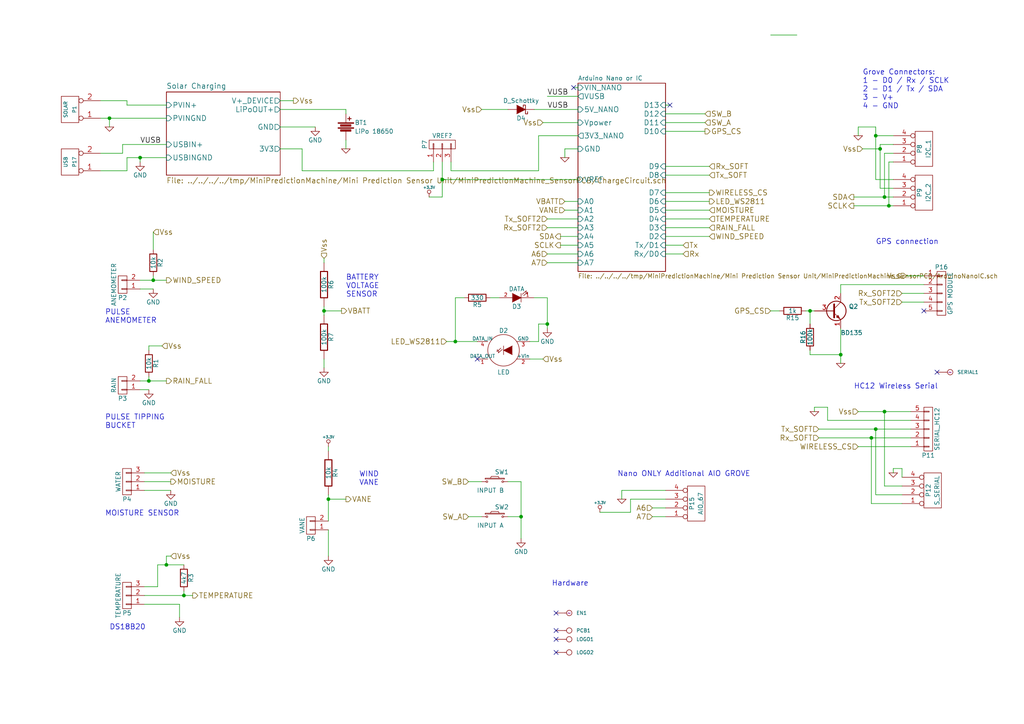
<source format=kicad_sch>
(kicad_sch (version 20230121) (generator eeschema)
  (paper "A4")
  (title_block (title "Rediction Machine Mini - SENSOR") (date "2017-06-14") (rev "0") (company "Renewable Energy Innovation") (comment 1 "By: Matt Little") (comment 2 "For: Rachel Jacobs"))
  (lib_symbols
    (symbol "MiniPredictionMachine_SensorPCB-rescue:+3.3V-RESCUE-RELogger_PCB_v1" (power) (pin_names (offset 0))
      (property "Value" "+3.3V-RESCUE-RELogger_PCB_v1" (at 0 2.794 0))
      (symbol "+3.3V-RESCUE-RELogger_PCB_v1_0_0"
        (pin power_in line (at 0 0 90) (length 0) hide (name "+3.3V") (number "1"))
      )
      (symbol "+3.3V-RESCUE-RELogger_PCB_v1_0_1"
        (polyline (pts (xy 0 0) (xy 0 1.016) (xy 0 1.016)))
        (circle (center 0 1.524) (radius 0.508))
      )
    )
    (symbol "MiniPredictionMachine_SensorPCB-rescue:Battery" (pin_numbers hide) (pin_names (offset 0))
      (property "Reference" "BT" (at 2.54 1.27 0))
      (property "Value" "Battery" (at 2.54 -1.27 0))
      (symbol "Battery_0_1"
        (rectangle (start -2.286 -0.1778) (end 2.286 -0.4318) (fill (type outline)))
        (rectangle (start -2.286 1.27) (end 2.286 1.016) (fill (type outline)))
        (rectangle (start -1.5748 -0.762) (end 1.4732 -1.27) (fill (type outline)))
        (rectangle (start -1.5748 0.6858) (end 1.4732 0.1778) (fill (type outline)))
        (polyline (pts (xy 0.508 2.413) (xy 1.524 2.413)) (stroke (width 0.254)))
        (polyline (pts (xy 1.016 2.921) (xy 1.016 1.905)) (stroke (width 0.254)))
      )
      (symbol "Battery_1_1"
        (pin passive line (at 0 3.81 270) (length 2.54) (name "~") (number "1"))
        (pin passive line (at 0 -3.81 90) (length 2.54) (name "~") (number "2"))
      )
    )
    (symbol "MiniPredictionMachine_SensorPCB-rescue:CONN_01X02" (pin_names (offset 1.016) hide)
      (property "Reference" "P" (at 0 3.81 0))
      (property "Value" "CONN_01X02" (at 2.54 0 90))
      (symbol "CONN_01X02_0_1"
        (rectangle (start -1.27 -1.143) (end 0.254 -1.397))
        (rectangle (start -1.27 1.397) (end 0.254 1.143))
        (rectangle (start -1.27 2.54) (end 1.27 -2.54))
      )
      (symbol "CONN_01X02_1_1"
        (pin passive line (at -5.08 1.27 0) (length 3.81) (name "P1") (number "1"))
        (pin passive line (at -5.08 -1.27 0) (length 3.81) (name "P2") (number "2"))
      )
    )
    (symbol "MiniPredictionMachine_SensorPCB-rescue:CONN_01X03" (pin_names (offset 1.016) hide)
      (property "Reference" "P" (at 0 5.08 0))
      (property "Value" "CONN_01X03" (at 2.54 0 90))
      (symbol "CONN_01X03_0_1"
        (rectangle (start -1.27 -2.413) (end 0.254 -2.667))
        (rectangle (start -1.27 0.127) (end 0.254 -0.127))
        (rectangle (start -1.27 2.667) (end 0.254 2.413))
        (rectangle (start -1.27 3.81) (end 1.27 -3.81))
      )
      (symbol "CONN_01X03_1_1"
        (pin passive line (at -5.08 2.54 0) (length 3.81) (name "P1") (number "1"))
        (pin passive line (at -5.08 0 0) (length 3.81) (name "P2") (number "2"))
        (pin passive line (at -5.08 -2.54 0) (length 3.81) (name "P3") (number "3"))
      )
    )
    (symbol "MiniPredictionMachine_SensorPCB-rescue:CONN_01X05" (pin_names (offset 1.016) hide)
      (property "Reference" "P" (at 0 7.62 0))
      (property "Value" "CONN_01X05" (at 2.54 0 90))
      (symbol "CONN_01X05_0_1"
        (rectangle (start -1.27 -4.953) (end 0.254 -5.207))
        (rectangle (start -1.27 -2.413) (end 0.254 -2.667))
        (rectangle (start -1.27 0.127) (end 0.254 -0.127))
        (rectangle (start -1.27 2.667) (end 0.254 2.413))
        (rectangle (start -1.27 5.207) (end 0.254 4.953))
        (rectangle (start -1.27 6.35) (end 1.27 -6.35))
      )
      (symbol "CONN_01X05_1_1"
        (pin passive line (at -5.08 5.08 0) (length 3.81) (name "P1") (number "1"))
        (pin passive line (at -5.08 2.54 0) (length 3.81) (name "P2") (number "2"))
        (pin passive line (at -5.08 0 0) (length 3.81) (name "P3") (number "3"))
        (pin passive line (at -5.08 -2.54 0) (length 3.81) (name "P4") (number "4"))
        (pin passive line (at -5.08 -5.08 0) (length 3.81) (name "P5") (number "5"))
      )
    )
    (symbol "MiniPredictionMachine_SensorPCB-rescue:CONN_1" (pin_numbers hide) (pin_names (offset 0.762) hide)
      (property "Reference" "P" (at 2.032 0 0))
      (symbol "CONN_1_0_1"
        (polyline (pts (xy -0.762 0) (xy -1.27 0)))
        (circle (center 0 0) (radius 0.7874))
      )
      (symbol "CONN_1_1_1"
        (pin passive line (at -3.81 0 0) (length 2.54) (name "1") (number "1"))
      )
    )
    (symbol "MiniPredictionMachine_SensorPCB-rescue:CONN_2-RESCUE-WindLoggerv3_PCB" (pin_names (offset 1.016) hide)
      (property "Reference" "P" (at -1.27 0 90))
      (property "Value" "CONN_2-RESCUE-WindLoggerv3_PCB" (at 1.27 0 90))
      (symbol "CONN_2-RESCUE-WindLoggerv3_PCB_0_1"
        (rectangle (start -2.54 3.81) (end 2.54 -3.81))
      )
      (symbol "CONN_2-RESCUE-WindLoggerv3_PCB_1_1"
        (pin passive inverted (at -8.89 2.54 0) (length 6.35) (name "P1") (number "1"))
        (pin passive inverted (at -8.89 -2.54 0) (length 6.35) (name "PM") (number "2"))
      )
    )
    (symbol "MiniPredictionMachine_SensorPCB-rescue:CONN_4" (pin_names (offset 1.016) hide)
      (property "Reference" "P" (at -1.27 0 90))
      (property "Value" "CONN_4" (at 1.27 0 90))
      (symbol "CONN_4_0_1"
        (rectangle (start -2.54 5.08) (end 2.54 -5.08))
      )
      (symbol "CONN_4_1_1"
        (pin passive inverted (at -8.89 3.81 0) (length 6.35) (name "P1") (number "1"))
        (pin passive inverted (at -8.89 1.27 0) (length 6.35) (name "P2") (number "2"))
        (pin passive inverted (at -8.89 -1.27 0) (length 6.35) (name "P3") (number "3"))
        (pin passive inverted (at -8.89 -3.81 0) (length 6.35) (name "P4") (number "4"))
      )
    )
    (symbol "MiniPredictionMachine_SensorPCB-rescue:D_Schottky" (pin_numbers hide) (pin_names (offset 1.016) hide)
      (property "Reference" "D" (at 0 2.54 0))
      (property "Value" "D_Schottky" (at 0 -2.54 0))
      (symbol "D_Schottky_0_1"
        (polyline (pts (xy 1.27 1.27) (xy -1.27 0) (xy 1.27 -1.27)) (fill (type outline)))
        (polyline (pts (xy -1.905 0.635) (xy -1.905 1.27) (xy -1.27 1.27) (xy -1.27 -1.27) (xy -0.635 -1.27) (xy -0.635 -0.635)) (stroke (width 0.2032)))
      )
      (symbol "D_Schottky_1_1"
        (pin passive line (at -3.81 0 0) (length 2.54) (name "K") (number "1"))
        (pin passive line (at 3.81 0 180) (length 2.54) (name "A") (number "2"))
      )
    )
    (symbol "MiniPredictionMachine_SensorPCB-rescue:GND" (power) (pin_names (offset 0))
      (property "Value" "GND" (at 0 -3.81 0))
      (symbol "GND_0_1"
        (polyline (pts (xy 0 0) (xy 0 -1.27) (xy 1.27 -1.27) (xy 0 -2.54) (xy -1.27 -1.27) (xy 0 -1.27)))
      )
      (symbol "GND_1_1"
        (pin power_in line (at 0 0 270) (length 0) hide (name "GND") (number "1"))
      )
    )
    (symbol "MiniPredictionMachine_SensorPCB-rescue:GND-RESCUE-RELogger_PCB_v1" (power) (pin_names (offset 0))
      (symbol "GND-RESCUE-RELogger_PCB_v1_0_1"
        (polyline (pts (xy -1.27 0) (xy 0 -1.27) (xy 1.27 0) (xy -1.27 0)))
      )
      (symbol "GND-RESCUE-RELogger_PCB_v1_1_1"
        (pin power_in line (at 0 0 90) (length 0) hide (name "GND") (number "1"))
      )
    )
    (symbol "MiniPredictionMachine_SensorPCB-rescue:LED" (pin_names (offset 1.016) hide)
      (property "Reference" "D" (at 0 2.54 0))
      (property "Value" "LED" (at 0 -2.54 0))
      (symbol "LED_0_1"
        (polyline (pts (xy -1.27 1.27) (xy -1.27 -1.27)))
        (polyline (pts (xy -2.032 -0.635) (xy -3.175 -1.651) (xy -3.048 -1.016)))
        (polyline (pts (xy -1.651 -1.016) (xy -2.794 -2.032) (xy -2.667 -1.397)))
        (polyline (pts (xy 1.27 1.27) (xy -1.27 0) (xy 1.27 -1.27)) (fill (type outline)))
      )
      (symbol "LED_1_1"
        (pin passive line (at -5.08 0 0) (length 3.81) (name "K") (number "1"))
        (pin passive line (at 5.08 0 180) (length 3.81) (name "A") (number "2"))
      )
    )
    (symbol "MiniPredictionMachine_SensorPCB-rescue:Q_NPN_ECB" (pin_names (offset 0) hide)
      (property "Reference" "Q" (at 7.62 1.27 0))
      (property "Value" "Q_NPN_ECB" (at 15.24 -1.27 0))
      (symbol "Q_NPN_ECB_0_1"
        (polyline (pts (xy 0.635 0.635) (xy 2.54 2.54)))
        (polyline (pts (xy 0.635 -0.635) (xy 2.54 -2.54) (xy 2.54 -2.54)))
        (polyline (pts (xy 0.635 1.905) (xy 0.635 -1.905) (xy 0.635 -1.905)) (stroke (width 0.508)))
        (polyline (pts (xy 1.27 -1.778) (xy 1.778 -1.27) (xy 2.286 -2.286) (xy 1.27 -1.778) (xy 1.27 -1.778)) (fill (type outline)))
        (circle (center 1.27 0) (radius 2.8194) (stroke (width 0.254)))
      )
      (symbol "Q_NPN_ECB_1_1"
        (pin passive line (at 2.54 -5.08 90) (length 2.54) (name "E") (number "1"))
        (pin passive line (at 2.54 5.08 270) (length 2.54) (name "C") (number "2"))
        (pin passive line (at -5.08 0 0) (length 5.715) (name "B") (number "3"))
      )
    )
    (symbol "MiniPredictionMachine_SensorPCB-rescue:R" (pin_numbers hide) (pin_names (offset 0))
      (property "Reference" "R" (at 2.032 0 90))
      (property "Value" "R" (at 0 0 90))
      (symbol "R_0_1"
        (rectangle (start -1.016 -2.54) (end 1.016 2.54) (stroke (width 0.254)))
      )
      (symbol "R_1_1"
        (pin passive line (at 0 3.81 270) (length 1.27) (name "~") (number "1"))
        (pin passive line (at 0 -3.81 90) (length 1.27) (name "~") (number "2"))
      )
    )
    (symbol "MiniPredictionMachine_SensorPCB-rescue:R-RESCUE-RELogger_PCB_v1" (pin_numbers hide) (pin_names (offset 0))
      (property "Reference" "R" (at 2.032 0 90))
      (property "Value" "R-RESCUE-RELogger_PCB_v1" (at 0 0 90))
      (symbol "R-RESCUE-RELogger_PCB_v1_0_1"
        (rectangle (start -1.016 3.81) (end 1.016 -3.81) (stroke (width 0.3048)))
      )
      (symbol "R-RESCUE-RELogger_PCB_v1_1_1"
        (pin passive line (at 0 6.35 270) (length 2.54) (name "~") (number "1"))
        (pin passive line (at 0 -6.35 90) (length 2.54) (name "~") (number "2"))
      )
    )
    (symbol "MiniPredictionMachine_SensorPCB-rescue:SW_PUSH_SMALL_H" (pin_numbers hide) (pin_names (offset 1.016) hide)
      (property "Reference" "SW" (at 2.032 2.794 0))
      (property "Value" "SW_PUSH_SMALL_H" (at 9.144 -1.524 0))
      (symbol "SW_PUSH_SMALL_H_0_1"
        (circle (center -2.286 0) (radius 0.254))
        (polyline (pts (xy -2.794 0.762) (xy 2.794 0.762)))
        (polyline (pts (xy -2.794 0.762) (xy -2.794 1.016) (xy 2.794 1.016) (xy 2.794 0.762)))
        (polyline (pts (xy -1.27 1.016) (xy -1.016 1.524) (xy 1.016 1.524) (xy 1.27 1.016)))
        (circle (center 2.286 0) (radius 0.254))
        (pin passive line (at -3.81 0 0) (length 1.27) (name "1") (number "1"))
        (pin passive line (at 3.81 0 180) (length 1.27) (name "2") (number "2"))
      )
    )
    (symbol "MiniPredictionMachine_SensorPCB-rescue:WS2811_EpiStar_8mm" (pin_names (offset 0))
      (property "Reference" "D" (at 0 5.715 0))
      (property "Value" "WS2811_EpiStar_8mm" (at 0 -6.35 0))
      (symbol "WS2811_EpiStar_8mm_0_1"
        (polyline (pts (xy 0 1.27) (xy 0 -1.27)))
        (polyline (pts (xy -0.762 0.635) (xy -1.905 -0.381) (xy -1.778 0.254)))
        (polyline (pts (xy -0.381 0.254) (xy -1.524 -0.762) (xy -1.397 -0.127)))
        (polyline (pts (xy 2.54 1.27) (xy 0 0) (xy 2.54 -1.27)) (fill (type outline)))
        (circle (center 0 0) (radius 4.572))
      )
      (symbol "WS2811_EpiStar_8mm_1_1"
        (pin output line (at -7.62 -2.54 0) (length 3.048) (name "DATA_OUT") (number "1"))
        (pin input line (at 7.62 -2.54 180) (length 3.81) (name "+Vin") (number "2"))
        (pin input line (at 7.62 2.54 180) (length 3.81) (name "GND") (number "3"))
        (pin input line (at -7.62 2.54 0) (length 3.048) (name "DATA_IN") (number "4"))
      )
    )
  )
  (junction (at 93.98 90.17))
  (junction (at 151.13 149.86))
  (junction (at 255.27 43.18))
  (junction (at 44.45 81.28))
  (junction (at 31.75 34.29))
  (junction (at 257.81 59.69))
  (junction (at 254 124.46))
  (junction (at 234.95 90.17))
  (junction (at 48.26 163.83))
  (junction (at 256.54 119.38))
  (junction (at 158.75 93.98))
  (junction (at 40.64 45.72))
  (junction (at 43.18 110.49))
  (junction (at 254 39.37))
  (junction (at 128.27 52.07))
  (junction (at 252.73 127))
  (junction (at 132.08 99.06))
  (junction (at 53.34 172.72))
  (junction (at 256.54 57.15))
  (junction (at 243.84 102.87))
  (junction (at 95.25 144.78))
  (no_connect (at 161.29 189.23))
  (no_connect (at 194.31 30.48))
  (no_connect (at 161.29 185.42))
  (no_connect (at 138.43 104.14))
  (no_connect (at 161.29 182.88))
  (no_connect (at 166.37 25.4))
  (no_connect (at 267.97 90.17))
  (no_connect (at 271.78 107.95))
  (no_connect (at 161.29 177.8))
  (wire (pts (xy 234.95 102.87) (xy 243.84 102.87)))
  (wire (pts (xy 247.65 59.69) (xy 257.81 59.69)))
  (wire (pts (xy 135.89 139.7) (xy 139.7 139.7)))
  (wire (pts (xy 53.34 171.45) (xy 53.34 172.72)))
  (wire (pts (xy 180.34 142.24) (xy 193.04 142.24)))
  (wire (pts (xy 44.45 72.39) (xy 44.45 67.31)))
  (wire (pts (xy 167.64 60.96) (xy 163.83 60.96)))
  (wire (pts (xy 247.65 57.15) (xy 256.54 57.15)))
  (wire (pts (xy 261.62 87.63) (xy 267.97 87.63)))
  (wire (pts (xy 257.81 46.99) (xy 257.81 59.69)))
  (wire (pts (xy 158.75 93.98) (xy 158.75 95.25)))
  (wire (pts (xy 259.08 46.99) (xy 257.81 46.99)))
  (wire (pts (xy 147.32 149.86) (xy 151.13 149.86)))
  (wire (pts (xy 154.94 31.75) (xy 167.64 31.75)))
  (wire (pts (xy 128.27 46.99) (xy 128.27 52.07)))
  (wire (pts (xy 45.72 170.18) (xy 45.72 163.83)))
  (wire (pts (xy 53.34 172.72) (xy 41.91 172.72)))
  (wire (pts (xy 52.07 175.26) (xy 52.07 179.07)))
  (wire (pts (xy 204.47 33.02) (xy 193.04 33.02)))
  (wire (pts (xy 153.67 104.14) (xy 157.48 104.14)))
  (wire (pts (xy 45.72 163.83) (xy 48.26 163.83)))
  (wire (pts (xy 194.31 30.48) (xy 193.04 30.48)))
  (wire (pts (xy 261.62 138.43) (xy 261.62 135.89)))
  (wire (pts (xy 100.33 31.75) (xy 100.33 33.02)))
  (wire (pts (xy 40.64 45.72) (xy 48.26 45.72)))
  (wire (pts (xy 95.25 144.78) (xy 95.25 151.13)))
  (wire (pts (xy 154.94 86.36) (xy 158.75 86.36)))
  (wire (pts (xy 95.25 153.67) (xy 95.25 161.29)))
  (wire (pts (xy 125.73 46.99) (xy 125.73 49.53)))
  (wire (pts (xy 100.33 144.78) (xy 95.25 144.78)))
  (wire (pts (xy 130.81 46.99) (xy 130.81 49.53)))
  (wire (pts (xy 158.75 66.04) (xy 167.64 66.04)))
  (wire (pts (xy 158.75 27.94) (xy 167.64 27.94)))
  (wire (pts (xy 250.19 43.18) (xy 255.27 43.18)))
  (wire (pts (xy 248.92 129.54) (xy 264.16 129.54)))
  (wire (pts (xy 128.27 57.15) (xy 124.46 57.15)))
  (wire (pts (xy 93.98 88.9) (xy 93.98 90.17)))
  (wire (pts (xy 193.04 55.88) (xy 205.74 55.88)))
  (wire (pts (xy 189.23 147.32) (xy 193.04 147.32)))
  (wire (pts (xy 262.89 80.01) (xy 267.97 80.01)))
  (wire (pts (xy 205.74 48.26) (xy 193.04 48.26)))
  (wire (pts (xy 55.88 172.72) (xy 53.34 172.72)))
  (wire (pts (xy 85.09 29.21) (xy 81.28 29.21)))
  (wire (pts (xy 166.37 25.4) (xy 167.64 25.4)))
  (wire (pts (xy 48.26 161.29) (xy 48.26 163.83)))
  (wire (pts (xy 95.25 129.54) (xy 95.25 130.81)))
  (wire (pts (xy 130.81 49.53) (xy 156.21 49.53)))
  (wire (pts (xy 234.95 101.6) (xy 234.95 102.87)))
  (wire (pts (xy 193.04 60.96) (xy 205.74 60.96)))
  (wire (pts (xy 87.63 43.18) (xy 81.28 43.18)))
  (wire (pts (xy 129.54 99.06) (xy 132.08 99.06)))
  (wire (pts (xy 93.98 90.17) (xy 93.98 91.44)))
  (wire (pts (xy 234.95 90.17) (xy 233.68 90.17)))
  (wire (pts (xy 135.89 149.86) (xy 139.7 149.86)))
  (wire (pts (xy 254 52.07) (xy 259.08 52.07)))
  (wire (pts (xy 87.63 49.53) (xy 87.63 43.18)))
  (wire (pts (xy 264.16 121.92) (xy 240.03 121.92)))
  (wire (pts (xy 256.54 140.97) (xy 261.62 140.97)))
  (wire (pts (xy 36.83 45.72) (xy 40.64 45.72)))
  (wire (pts (xy 252.73 127) (xy 252.73 146.05)))
  (wire (pts (xy 156.21 39.37) (xy 167.64 39.37)))
  (wire (pts (xy 156.21 93.98) (xy 158.75 93.98)))
  (wire (pts (xy 44.45 81.28) (xy 44.45 80.01)))
  (wire (pts (xy 167.64 68.58) (xy 162.56 68.58)))
  (wire (pts (xy 182.88 144.78) (xy 193.04 144.78)))
  (wire (pts (xy 36.83 29.21) (xy 36.83 30.48)))
  (wire (pts (xy 29.21 49.53) (xy 36.83 49.53)))
  (wire (pts (xy 44.45 81.28) (xy 48.26 81.28)))
  (wire (pts (xy 29.21 34.29) (xy 31.75 34.29)))
  (wire (pts (xy 35.56 44.45) (xy 35.56 41.91)))
  (wire (pts (xy 147.32 31.75) (xy 139.7 31.75)))
  (wire (pts (xy 248.92 119.38) (xy 256.54 119.38)))
  (wire (pts (xy 259.08 39.37) (xy 254 39.37)))
  (wire (pts (xy 93.98 74.93) (xy 93.98 76.2)))
  (wire (pts (xy 125.73 49.53) (xy 87.63 49.53)))
  (wire (pts (xy 167.64 52.07) (xy 128.27 52.07)))
  (wire (pts (xy 261.62 135.89) (xy 259.08 135.89)))
  (wire (pts (xy 46.99 100.33) (xy 43.18 100.33)))
  (wire (pts (xy 193.04 35.56) (xy 204.47 35.56)))
  (wire (pts (xy 198.12 71.12) (xy 193.04 71.12)))
  (wire (pts (xy 255.27 43.18) (xy 255.27 54.61)))
  (wire (pts (xy 226.06 90.17) (xy 223.52 90.17)))
  (wire (pts (xy 29.21 44.45) (xy 35.56 44.45)))
  (wire (pts (xy 93.98 106.68) (xy 93.98 104.14)))
  (wire (pts (xy 36.83 49.53) (xy 36.83 45.72)))
  (wire (pts (xy 254 143.51) (xy 261.62 143.51)))
  (wire (pts (xy 157.48 35.56) (xy 167.64 35.56)))
  (wire (pts (xy 41.91 137.16) (xy 49.53 137.16)))
  (wire (pts (xy 40.64 110.49) (xy 43.18 110.49)))
  (wire (pts (xy 205.74 58.42) (xy 193.04 58.42)))
  (wire (pts (xy 256.54 119.38) (xy 256.54 140.97)))
  (wire (pts (xy 243.84 95.25) (xy 243.84 102.87)))
  (wire (pts (xy 193.04 73.66) (xy 198.12 73.66)))
  (wire (pts (xy 240.03 118.11) (xy 236.22 118.11)))
  (wire (pts (xy 252.73 146.05) (xy 261.62 146.05)))
  (wire (pts (xy 49.53 139.7) (xy 41.91 139.7)))
  (wire (pts (xy 41.91 170.18) (xy 45.72 170.18)))
  (wire (pts (xy 257.81 59.69) (xy 259.08 59.69)))
  (wire (pts (xy 261.62 85.09) (xy 267.97 85.09)))
  (wire (pts (xy 254 124.46) (xy 254 143.51)))
  (wire (pts (xy 153.67 99.06) (xy 156.21 99.06)))
  (wire (pts (xy 41.91 175.26) (xy 52.07 175.26)))
  (wire (pts (xy 205.74 50.8) (xy 193.04 50.8)))
  (wire (pts (xy 151.13 139.7) (xy 151.13 149.86)))
  (wire (pts (xy 43.18 110.49) (xy 43.18 109.22)))
  (wire (pts (xy 182.88 148.59) (xy 173.99 148.59)))
  (wire (pts (xy 40.64 113.03) (xy 43.18 113.03)))
  (wire (pts (xy 36.83 30.48) (xy 48.26 30.48)))
  (wire (pts (xy 158.75 73.66) (xy 167.64 73.66)))
  (wire (pts (xy 256.54 44.45) (xy 256.54 57.15)))
  (wire (pts (xy 40.64 81.28) (xy 44.45 81.28)))
  (wire (pts (xy 254 36.83) (xy 254 39.37)))
  (wire (pts (xy 158.75 76.2) (xy 167.64 76.2)))
  (wire (pts (xy 248.92 36.83) (xy 254 36.83)))
  (wire (pts (xy 255.27 41.91) (xy 255.27 43.18)))
  (wire (pts (xy 259.08 41.91) (xy 255.27 41.91)))
  (wire (pts (xy 156.21 99.06) (xy 156.21 93.98)))
  (wire (pts (xy 252.73 127) (xy 264.16 127)))
  (wire (pts (xy 180.34 144.78) (xy 180.34 142.24)))
  (wire (pts (xy 240.03 121.92) (xy 240.03 118.11)))
  (wire (pts (xy 40.64 45.72) (xy 40.64 46.99)))
  (wire (pts (xy 35.56 41.91) (xy 48.26 41.91)))
  (wire (pts (xy 234.95 93.98) (xy 234.95 90.17)))
  (wire (pts (xy 151.13 149.86) (xy 151.13 156.21)))
  (wire (pts (xy 29.21 29.21) (xy 36.83 29.21)))
  (wire (pts (xy 158.75 63.5) (xy 167.64 63.5)))
  (wire (pts (xy 237.49 127) (xy 252.73 127)))
  (wire (pts (xy 254 39.37) (xy 254 52.07)))
  (wire (pts (xy 167.64 43.18) (xy 163.83 43.18)))
  (wire (pts (xy 43.18 110.49) (xy 48.26 110.49)))
  (wire (pts (xy 236.22 90.17) (xy 234.95 90.17)))
  (wire (pts (xy 99.06 90.17) (xy 93.98 90.17)))
  (wire (pts (xy 48.26 163.83) (xy 53.34 163.83)))
  (wire (pts (xy 267.97 82.55) (xy 243.84 82.55)))
  (wire (pts (xy 132.08 86.36) (xy 134.62 86.36)))
  (wire (pts (xy 156.21 49.53) (xy 156.21 39.37)))
  (wire (pts (xy 193.04 66.04) (xy 205.74 66.04)))
  (wire (pts (xy 256.54 119.38) (xy 264.16 119.38)))
  (wire (pts (xy 41.91 142.24) (xy 49.53 142.24)))
  (wire (pts (xy 243.84 102.87) (xy 243.84 105.41)))
  (wire (pts (xy 31.75 34.29) (xy 48.26 34.29)))
  (wire (pts (xy 223.52 10.16) (xy 231.14 10.16)))
  (wire (pts (xy 255.27 54.61) (xy 259.08 54.61)))
  (wire (pts (xy 163.83 43.18) (xy 163.83 45.72)))
  (wire (pts (xy 204.47 38.1) (xy 193.04 38.1)))
  (wire (pts (xy 259.08 44.45) (xy 256.54 44.45)))
  (wire (pts (xy 189.23 149.86) (xy 193.04 149.86)))
  (wire (pts (xy 237.49 124.46) (xy 254 124.46)))
  (wire (pts (xy 132.08 99.06) (xy 138.43 99.06)))
  (wire (pts (xy 205.74 68.58) (xy 193.04 68.58)))
  (wire (pts (xy 254 124.46) (xy 264.16 124.46)))
  (wire (pts (xy 259.08 137.16) (xy 259.08 135.89)))
  (wire (pts (xy 158.75 86.36) (xy 158.75 93.98)))
  (wire (pts (xy 243.84 82.55) (xy 243.84 85.09)))
  (wire (pts (xy 147.32 139.7) (xy 151.13 139.7)))
  (wire (pts (xy 256.54 57.15) (xy 259.08 57.15)))
  (wire (pts (xy 182.88 144.78) (xy 182.88 148.59)))
  (wire (pts (xy 128.27 52.07) (xy 128.27 57.15)))
  (wire (pts (xy 248.92 39.37) (xy 248.92 36.83)))
  (wire (pts (xy 163.83 58.42) (xy 167.64 58.42)))
  (wire (pts (xy 81.28 36.83) (xy 91.44 36.83)))
  (wire (pts (xy 31.75 34.29) (xy 31.75 36.83)))
  (wire (pts (xy 205.74 63.5) (xy 193.04 63.5)))
  (wire (pts (xy 132.08 99.06) (xy 132.08 86.36)))
  (wire (pts (xy 100.33 40.64) (xy 100.33 43.18)))
  (wire (pts (xy 162.56 71.12) (xy 167.64 71.12)))
  (wire (pts (xy 100.33 31.75) (xy 81.28 31.75)))
  (wire (pts (xy 95.25 143.51) (xy 95.25 144.78)))
  (wire (pts (xy 49.53 161.29) (xy 48.26 161.29)))
  (wire (pts (xy 236.22 118.11) (xy 236.22 119.38)))
  (wire (pts (xy 40.64 83.82) (xy 44.45 83.82)))
  (wire (pts (xy 43.18 100.33) (xy 43.18 101.6)))
  (wire (pts (xy 142.24 86.36) (xy 144.78 86.36)))
  (text "Hardware" (at 160.02 170.18 0) (effects (font (size 1.524 1.524)) (justify left bottom)))
  (text "Grove Connectors:\n1 - D0 / Rx / SCLK \n2 - D1 / Tx / SDA \n3 - V+\n4 - GND" (at 250.19 31.75 0) (effects (font (size 1.524 1.524)) (justify left bottom)))
  (text "BATTERY\nVOLTAGE\nSENSOR" (at 100.33 86.36 0) (effects (font (size 1.524 1.524)) (justify left bottom)))
  (text "PULSE \nANEMOMETER" (at 30.48 93.98 0) (effects (font (size 1.524 1.524)) (justify left bottom)))
  (text "HC12 Wireless Serial" (at 247.65 113.03 0) (effects (font (size 1.524 1.524)) (justify left bottom)))
  (text "Nano ONLY Additional AIO GROVE" (at 179.07 138.43 0) (effects (font (size 1.524 1.524)) (justify left bottom)))
  (text "DS18B20" (at 31.75 182.88 0) (effects (font (size 1.524 1.524)) (justify left bottom)))
  (text "GPS connection" (at 254 71.12 0) (effects (font (size 1.524 1.524)) (justify left bottom)))
  (text "PULSE TIPPING \nBUCKET" (at 30.48 124.46 0) (effects (font (size 1.524 1.524)) (justify left bottom)))
  (text "MOISTURE SENSOR" (at 30.48 149.86 0) (effects (font (size 1.524 1.524)) (justify left bottom)))
  (text "WIND\nVANE" (at 104.14 140.97 0) (effects (font (size 1.524 1.524)) (justify left bottom)))
  (label "VUSB" (at 158.75 31.75 0) (effects (font (size 1.524 1.524))))
  (label "VUSB" (at 158.75 27.94 0) (effects (font (size 1.524 1.524))))
  (label "VUSB" (at 40.64 41.91 0) (effects (font (size 1.524 1.524))))
  (hierarchical_label "SCLK" (shape output) (at 162.56 71.12 180) (effects (font (size 1.524 1.524))))
  (hierarchical_label "SW_B" (shape input) (at 204.47 33.02 0) (effects (font (size 1.524 1.524))))
  (hierarchical_label "Tx_SOFT" (shape input) (at 205.74 50.8 0) (effects (font (size 1.524 1.524))))
  (hierarchical_label "Vss" (shape input) (at 46.99 100.33 0) (effects (font (size 1.524 1.524))))
  (hierarchical_label "RAIN_FALL" (shape input) (at 205.74 66.04 0) (effects (font (size 1.524 1.524))))
  (hierarchical_label "Vss" (shape input) (at 248.92 119.38 180) (effects (font (size 1.524 1.524))))
  (hierarchical_label "SDA" (shape output) (at 247.65 57.15 180) (effects (font (size 1.524 1.524))))
  (hierarchical_label "VBATT" (shape output) (at 99.06 90.17 0) (effects (font (size 1.524 1.524))))
  (hierarchical_label "RAIN_FALL" (shape output) (at 48.26 110.49 0) (effects (font (size 1.524 1.524))))
  (hierarchical_label "A7" (shape input) (at 189.23 149.86 180) (effects (font (size 1.524 1.524))))
  (hierarchical_label "WIRELESS_CS" (shape input) (at 248.92 129.54 180) (effects (font (size 1.524 1.524))))
  (hierarchical_label "A6" (shape input) (at 189.23 147.32 180) (effects (font (size 1.524 1.524))))
  (hierarchical_label "VANE" (shape output) (at 100.33 144.78 0) (effects (font (size 1.524 1.524))))
  (hierarchical_label "A6" (shape input) (at 158.75 73.66 180) (effects (font (size 1.524 1.524))))
  (hierarchical_label "Tx_SOFT2" (shape input) (at 261.62 87.63 180) (effects (font (size 1.524 1.524))))
  (hierarchical_label "GPS_CS" (shape input) (at 223.52 90.17 180) (effects (font (size 1.524 1.524))))
  (hierarchical_label "VANE" (shape input) (at 163.83 60.96 180) (effects (font (size 1.524 1.524))))
  (hierarchical_label "Vss" (shape input) (at 49.53 137.16 0) (effects (font (size 1.524 1.524))))
  (hierarchical_label "TEMPERATURE" (shape output) (at 55.88 172.72 0) (effects (font (size 1.524 1.524))))
  (hierarchical_label "SDA" (shape output) (at 162.56 68.58 180) (effects (font (size 1.524 1.524))))
  (hierarchical_label "MOISTURE" (shape input) (at 205.74 60.96 0) (effects (font (size 1.524 1.524))))
  (hierarchical_label "Vss" (shape input) (at 44.45 67.31 0) (effects (font (size 1.524 1.524))))
  (hierarchical_label "Tx_SOFT2" (shape input) (at 158.75 63.5 180) (effects (font (size 1.524 1.524))))
  (hierarchical_label "SW_A" (shape input) (at 204.47 35.56 0) (effects (font (size 1.524 1.524))))
  (hierarchical_label "Vss" (shape input) (at 157.48 35.56 180) (effects (font (size 1.524 1.524))))
  (hierarchical_label "LED_WS2811" (shape output) (at 205.74 58.42 0) (effects (font (size 1.524 1.524))))
  (hierarchical_label "TEMPERATURE" (shape input) (at 205.74 63.5 0) (effects (font (size 1.524 1.524))))
  (hierarchical_label "SCLK" (shape output) (at 247.65 59.69 180) (effects (font (size 1.524 1.524))))
  (hierarchical_label "Tx" (shape input) (at 198.12 71.12 0) (effects (font (size 1.524 1.524))))
  (hierarchical_label "A7" (shape input) (at 158.75 76.2 180) (effects (font (size 1.524 1.524))))
  (hierarchical_label "MOISTURE" (shape output) (at 49.53 139.7 0) (effects (font (size 1.524 1.524))))
  (hierarchical_label "Rx_SOFT" (shape input) (at 237.49 127 180) (effects (font (size 1.524 1.524))))
  (hierarchical_label "LED_WS2811" (shape input) (at 129.54 99.06 180) (effects (font (size 1.524 1.524))))
  (hierarchical_label "Tx_SOFT" (shape input) (at 237.49 124.46 180) (effects (font (size 1.524 1.524))))
  (hierarchical_label "WIRELESS_CS" (shape output) (at 205.74 55.88 0) (effects (font (size 1.524 1.524))))
  (hierarchical_label "VBATT" (shape input) (at 163.83 58.42 180) (effects (font (size 1.524 1.524))))
  (hierarchical_label "WIND_SPEED" (shape output) (at 48.26 81.28 0) (effects (font (size 1.524 1.524))))
  (hierarchical_label "WIND_SPEED" (shape input) (at 205.74 68.58 0) (effects (font (size 1.524 1.524))))
  (hierarchical_label "Vss" (shape input) (at 93.98 74.93 90) (effects (font (size 1.524 1.524))))
  (hierarchical_label "GPS_CS" (shape output) (at 204.47 38.1 0) (effects (font (size 1.524 1.524))))
  (hierarchical_label "SW_A" (shape input) (at 135.89 149.86 180) (effects (font (size 1.524 1.524))))
  (hierarchical_label "Vss" (shape input) (at 250.19 43.18 180) (effects (font (size 1.524 1.524))))
  (hierarchical_label "Vss" (shape input) (at 262.89 80.01 180) (effects (font (size 1.524 1.524))))
  (hierarchical_label "SW_B" (shape input) (at 135.89 139.7 180) (effects (font (size 1.524 1.524))))
  (hierarchical_label "Vss" (shape output) (at 85.09 29.21 0) (effects (font (size 1.524 1.524))))
  (hierarchical_label "Rx" (shape input) (at 198.12 73.66 0) (effects (font (size 1.524 1.524))))
  (hierarchical_label "Vss" (shape input) (at 139.7 31.75 180) (effects (font (size 1.524 1.524))))
  (hierarchical_label "Rx_SOFT2" (shape input) (at 261.62 85.09 180) (effects (font (size 1.524 1.524))))
  (hierarchical_label "Vss" (shape input) (at 49.53 161.29 0) (effects (font (size 1.524 1.524))))
  (hierarchical_label "Rx_SOFT" (shape input) (at 205.74 48.26 0) (effects (font (size 1.524 1.524))))
  (hierarchical_label "Rx_SOFT2" (shape input) (at 158.75 66.04 180) (effects (font (size 1.524 1.524))))
  (hierarchical_label "Vss" (shape input) (at 157.48 104.14 0) (effects (font (size 1.524 1.524))))
  (symbol (lib_id "MiniPredictionMachine_SensorPCB-rescue:CONN_2-RESCUE-WindLoggerv3_PCB") (at 20.32 31.75 180) (unit 1)
    (property "Reference" "P1" (at 21.59 31.75 90) (effects (font (size 1.016 1.016))))
    (property "Value" "SOLAR" (at 19.05 31.75 90) (effects (font (size 1.016 1.016))))
    (property "Footprint" "REInnovationFootprint:SIL_2_screw_+_JST_2mm" (effects hide))
  )
  (symbol (lib_id "MiniPredictionMachine_SensorPCB-rescue:GND-RESCUE-RELogger_PCB_v1") (at 31.75 36.83 0) (unit 1)
    (property "Reference" "#PWR01" (effects hide))
    (property "Value" "GND" (effects hide))
  )
  (symbol (lib_id "MiniPredictionMachine_SensorPCB-rescue:CONN_1") (at 165.1 182.88 0) (unit 1)
    (property "Reference" "PCB1" (at 167.132 182.88 0) (effects (font (size 1.016 1.016)) (justify left)))
    (property "Value" "CONN_1" (effects hide))
    (property "Footprint" "REInnovationFootprint:PCB_85x120_4hole_EdgeCut" (effects hide))
  )
  (symbol (lib_id "MiniPredictionMachine_SensorPCB-rescue:CONN_1") (at 165.1 185.42 0) (unit 1)
    (property "Reference" "LOGO1" (at 167.132 185.42 0) (effects (font (size 1.016 1.016)) (justify left)))
    (property "Value" "CONN_1" (effects hide))
    (property "Footprint" "CuriousElectric3:CEC_Globe_10mm_FCU" (effects hide))
  )
  (symbol (lib_id "MiniPredictionMachine_SensorPCB-rescue:GND-RESCUE-RELogger_PCB_v1") (at 100.33 43.18 0) (unit 1)
    (property "Reference" "#PWR02" (effects hide))
    (property "Value" "GND" (effects hide))
  )
  (symbol (lib_id "MiniPredictionMachine_SensorPCB-rescue:+3.3V-RESCUE-RELogger_PCB_v1") (at 124.46 57.15 0) (unit 1)
    (property "Reference" "#PWR03" (effects hide))
    (property "Value" "+3.3V" (at 124.46 54.356 0) (effects (font (size 0.762 0.762))))
  )
  (symbol (lib_id "MiniPredictionMachine_SensorPCB-rescue:GND-RESCUE-RELogger_PCB_v1") (at 163.83 45.72 0) (unit 1)
    (property "Reference" "#PWR04" (effects hide))
    (property "Value" "GND" (effects hide))
  )
  (symbol (lib_id "MiniPredictionMachine_SensorPCB-rescue:CONN_4") (at 267.97 43.18 0) (mirror x) (unit 1)
    (property "Reference" "P8" (at 266.7 43.18 90))
    (property "Value" "I2C_1" (at 269.24 43.18 90))
    (property "Footprint" "matts_components:SIL-4_Grove_SIL" (effects hide))
  )
  (symbol (lib_id "MiniPredictionMachine_SensorPCB-rescue:CONN_4") (at 267.97 55.88 0) (mirror x) (unit 1)
    (property "Reference" "P9" (at 266.7 55.88 90))
    (property "Value" "I2C_2" (at 269.24 55.88 90))
    (property "Footprint" "matts_components:SIL-4_Grove_SIL" (effects hide))
  )
  (symbol (lib_id "MiniPredictionMachine_SensorPCB-rescue:CONN_4") (at 270.51 142.24 0) (mirror x) (unit 1)
    (property "Reference" "P12" (at 269.24 142.24 90))
    (property "Value" "S_SERIAL" (at 271.78 142.24 90))
    (property "Footprint" "matts_components:SIL-4_Grove_SIL" (effects hide))
  )
  (symbol (lib_id "MiniPredictionMachine_SensorPCB-rescue:GND-RESCUE-RELogger_PCB_v1") (at 259.08 137.16 0) (unit 1)
    (property "Reference" "#PWR05" (effects hide))
    (property "Value" "GND" (effects hide))
  )
  (symbol (lib_id "MiniPredictionMachine_SensorPCB-rescue:R-RESCUE-RELogger_PCB_v1") (at 93.98 82.55 0) (unit 1)
    (property "Reference" "R6" (at 96.012 82.55 90))
    (property "Value" "100k" (at 93.98 82.55 90))
    (property "Footprint" "REInnovationFootprint:TH_Resistor_1" (effects hide))
  )
  (symbol (lib_id "MiniPredictionMachine_SensorPCB-rescue:R-RESCUE-RELogger_PCB_v1") (at 93.98 97.79 0) (unit 1)
    (property "Reference" "R7" (at 96.012 97.79 90))
    (property "Value" "100k" (at 93.98 97.79 90))
    (property "Footprint" "REInnovationFootprint:TH_Resistor_1" (effects hide))
  )
  (symbol (lib_id "MiniPredictionMachine_SensorPCB-rescue:CONN_01X02") (at 35.56 82.55 180) (unit 1)
    (property "Reference" "P2" (at 35.56 86.36 0))
    (property "Value" "ANEMOMETER" (at 33.02 82.55 90))
    (property "Footprint" "REInnovationFootprint:SIL-2_screw_terminal" (effects hide))
  )
  (symbol (lib_id "MiniPredictionMachine_SensorPCB-rescue:R-RESCUE-RELogger_PCB_v1") (at 95.25 137.16 0) (unit 1)
    (property "Reference" "R4" (at 97.282 137.16 90))
    (property "Value" "10k" (at 95.25 137.16 90))
    (property "Footprint" "REInnovationFootprint:TH_Resistor_1" (effects hide))
  )
  (symbol (lib_id "MiniPredictionMachine_SensorPCB-rescue:CONN_01X02") (at 90.17 152.4 180) (unit 1)
    (property "Reference" "P6" (at 90.17 156.21 0))
    (property "Value" "VANE" (at 87.63 152.4 90))
    (property "Footprint" "REInnovationFootprint:SIL-2_screw_terminal" (effects hide))
  )
  (symbol (lib_id "MiniPredictionMachine_SensorPCB-rescue:+3.3V-RESCUE-RELogger_PCB_v1") (at 95.25 129.54 0) (unit 1)
    (property "Reference" "#PWR06" (effects hide))
    (property "Value" "+3.3V" (at 95.25 126.746 0) (effects (font (size 0.762 0.762))))
  )
  (symbol (lib_id "MiniPredictionMachine_SensorPCB-rescue:WS2811_EpiStar_8mm") (at 146.05 101.6 0) (unit 1)
    (property "Reference" "D2" (at 146.05 95.885 0))
    (property "Value" "LED" (at 146.05 107.95 0))
    (property "Footprint" "REInnovationFootprint:TH_WS2811_LED_8mm" (effects hide))
  )
  (symbol (lib_id "MiniPredictionMachine_SensorPCB-rescue:CONN_1") (at 165.1 177.8 0) (unit 1)
    (property "Reference" "EN1" (at 167.132 177.8 0) (effects (font (size 1.016 1.016)) (justify left)))
    (property "Value" "CONN_1" (effects hide))
    (property "Datasheet" "http://www.hellermanntyton.co.uk/binaries/content/assets/local-pdf-files/uk/enclosure-solutions/new-enclosures/junction_boxes.pdf" (effects hide))
    (property "Notes" "~" (at 165.1 177.8 0) (effects (font (size 1.524 1.524))))
    (property "Description" "Enclosure for circuit. 162x116x76mm" (effects hide))
    (property "Supplier 1" "CPC" (effects hide))
    (property "Supplier 1 Part No" "EN83296" (effects hide))
    (property "Supplier 1 Cost" "4.26" (effects hide))
  )
  (symbol (lib_id "MiniPredictionMachine_SensorPCB-rescue:GND") (at 158.75 95.25 0) (unit 1)
    (property "Reference" "#PWR07" (effects hide))
    (property "Value" "GND" (at 158.75 99.06 0))
  )
  (symbol (lib_id "MiniPredictionMachine_SensorPCB-rescue:GND-RESCUE-RELogger_PCB_v1") (at 248.92 39.37 0) (unit 1)
    (property "Reference" "#PWR08" (effects hide))
    (property "Value" "GND" (effects hide))
  )
  (symbol (lib_id "MiniPredictionMachine_SensorPCB-rescue:SW_PUSH_SMALL_H") (at 143.51 139.7 0) (unit 1)
    (property "Reference" "SW1" (at 145.542 136.906 0))
    (property "Value" "INPUT B" (at 142.24 142.24 0))
    (property "Footprint" "REInnovationFootprint:SW_PUSH_SMALL_lg_pad" (effects hide))
  )
  (symbol (lib_id "MiniPredictionMachine_SensorPCB-rescue:SW_PUSH_SMALL_H") (at 143.51 149.86 0) (unit 1)
    (property "Reference" "SW2" (at 145.542 147.066 0))
    (property "Value" "INPUT A" (at 142.24 152.4 0))
    (property "Footprint" "REInnovationFootprint:SW_PUSH_SMALL_lg_pad" (effects hide))
  )
  (symbol (lib_id "MiniPredictionMachine_SensorPCB-rescue:GND") (at 151.13 156.21 0) (unit 1)
    (property "Reference" "#PWR09" (effects hide))
    (property "Value" "GND" (at 151.13 160.02 0))
  )
  (symbol (lib_id "MiniPredictionMachine_SensorPCB-rescue:CONN_1") (at 165.1 189.23 0) (unit 1)
    (property "Reference" "LOGO2" (at 167.132 189.23 0) (effects (font (size 1.016 1.016)) (justify left)))
    (property "Value" "CONN_1" (effects hide))
    (property "Footprint" "CuriousElectric3:TCEC_Words_13mm" (effects hide))
  )
  (symbol (lib_id "MiniPredictionMachine_SensorPCB-rescue:CONN_01X02") (at 35.56 111.76 180) (unit 1)
    (property "Reference" "P3" (at 35.56 115.57 0))
    (property "Value" "RAIN" (at 33.02 111.76 90))
    (property "Footprint" "REInnovationFootprint:SIL-2_screw_terminal" (effects hide))
  )
  (symbol (lib_id "MiniPredictionMachine_SensorPCB-rescue:CONN_01X03") (at 36.83 139.7 180) (unit 1)
    (property "Reference" "P4" (at 36.83 144.78 0))
    (property "Value" "WATER" (at 34.29 139.7 90))
    (property "Footprint" "REInnovationFootprint:SIL-3_screw_terminal" (effects hide))
  )
  (symbol (lib_id "MiniPredictionMachine_SensorPCB-rescue:CONN_01X03") (at 36.83 172.72 180) (unit 1)
    (property "Reference" "P5" (at 36.83 177.8 0))
    (property "Value" "TEMPERATURE" (at 34.29 172.72 90))
    (property "Footprint" "REInnovationFootprint:SIL-3_screw_terminal" (effects hide))
  )
  (symbol (lib_id "MiniPredictionMachine_SensorPCB-rescue:CONN_01X05") (at 269.24 124.46 0) (mirror x) (unit 1)
    (property "Reference" "P11" (at 269.24 132.08 0))
    (property "Value" "SERIAL_HC12" (at 271.78 124.46 90))
    (property "Footprint" "matts_components:SIL-5_large_pads_marker" (effects hide))
  )
  (symbol (lib_id "MiniPredictionMachine_SensorPCB-rescue:GND") (at 91.44 36.83 0) (unit 1)
    (property "Reference" "#PWR010" (effects hide))
    (property "Value" "GND" (at 91.44 40.64 0))
  )
  (symbol (lib_id "MiniPredictionMachine_SensorPCB-rescue:GND") (at 95.25 161.29 0) (unit 1)
    (property "Reference" "#PWR011" (effects hide))
    (property "Value" "GND" (at 95.25 165.1 0))
  )
  (symbol (lib_id "MiniPredictionMachine_SensorPCB-rescue:GND") (at 93.98 106.68 0) (unit 1)
    (property "Reference" "#PWR012" (effects hide))
    (property "Value" "GND" (at 93.98 110.49 0))
  )
  (symbol (lib_id "MiniPredictionMachine_SensorPCB-rescue:Battery") (at 100.33 36.83 0) (unit 1)
    (property "Reference" "BT1" (at 102.87 35.56 0) (effects (justify left)))
    (property "Value" "LiPo 18650" (at 102.87 38.1 0) (effects (justify left)))
    (property "Footprint" "REInnovationFootprint:TH_LiIon_Holder" (effects hide))
  )
  (symbol (lib_id "MiniPredictionMachine_SensorPCB-rescue:GND") (at 40.64 46.99 0) (unit 1)
    (property "Reference" "#PWR013" (effects hide))
    (property "Value" "GND" (at 40.64 50.8 0))
  )
  (symbol (lib_id "MiniPredictionMachine_SensorPCB-rescue:D_Schottky") (at 151.13 31.75 180) (unit 1)
    (property "Reference" "D4" (at 151.13 34.29 0))
    (property "Value" "D_Schottky" (at 151.13 29.21 0))
    (property "Footprint" "REInnovationFootprint:TH_Diode_1" (effects hide))
  )
  (symbol (lib_id "MiniPredictionMachine_SensorPCB-rescue:CONN_01X03") (at 128.27 41.91 90) (unit 1)
    (property "Reference" "P7" (at 123.19 41.91 0))
    (property "Value" "VREF?" (at 128.27 39.37 90))
    (property "Footprint" "REInnovationFootprint:SIL-3_solder_connect" (effects hide))
  )
  (symbol (lib_id "MiniPredictionMachine_SensorPCB-rescue:R") (at 44.45 76.2 0) (unit 1)
    (property "Reference" "R2" (at 46.482 76.2 90))
    (property "Value" "10k" (at 44.45 76.2 90))
    (property "Footprint" "REInnovationFootprint:TH_Resistor_1" (effects hide))
  )
  (symbol (lib_id "MiniPredictionMachine_SensorPCB-rescue:R") (at 43.18 105.41 0) (unit 1)
    (property "Reference" "R1" (at 45.212 105.41 90))
    (property "Value" "10k" (at 43.18 105.41 90))
    (property "Footprint" "REInnovationFootprint:TH_Resistor_1" (effects hide))
  )
  (symbol (lib_id "MiniPredictionMachine_SensorPCB-rescue:GND") (at 43.18 113.03 0) (unit 1)
    (property "Reference" "#PWR014" (effects hide))
    (property "Value" "GND" (at 43.18 116.84 0))
  )
  (symbol (lib_id "MiniPredictionMachine_SensorPCB-rescue:GND") (at 44.45 83.82 0) (unit 1)
    (property "Reference" "#PWR015" (effects hide))
    (property "Value" "GND" (at 44.45 87.63 0))
  )
  (symbol (lib_id "MiniPredictionMachine_SensorPCB-rescue:R") (at 53.34 167.64 0) (unit 1)
    (property "Reference" "R3" (at 55.372 167.64 90))
    (property "Value" "4k7" (at 53.34 167.64 90))
    (property "Footprint" "REInnovationFootprint:TH_Resistor_1" (effects hide))
  )
  (symbol (lib_id "MiniPredictionMachine_SensorPCB-rescue:GND") (at 52.07 179.07 0) (unit 1)
    (property "Reference" "#PWR016" (effects hide))
    (property "Value" "GND" (at 52.07 182.88 0))
  )
  (symbol (lib_id "MiniPredictionMachine_SensorPCB-rescue:GND") (at 49.53 142.24 0) (unit 1)
    (property "Reference" "#PWR017" (effects hide))
    (property "Value" "GND" (at 49.53 146.05 0))
  )
  (symbol (lib_id "MiniPredictionMachine_SensorPCB-rescue:LED") (at 149.86 86.36 180) (unit 1)
    (property "Reference" "D3" (at 149.86 88.9 0))
    (property "Value" "DATA" (at 149.86 83.82 0))
    (property "Footprint" "REInnovationFootprint:TH_LED-5MM_larg_pad" (effects hide))
  )
  (symbol (lib_id "MiniPredictionMachine_SensorPCB-rescue:R") (at 138.43 86.36 270) (unit 1)
    (property "Reference" "R5" (at 138.43 88.392 90))
    (property "Value" "330" (at 138.43 86.36 90))
    (property "Footprint" "REInnovationFootprint:TH_Resistor_1" (effects hide))
  )
  (symbol (lib_id "MiniPredictionMachine_SensorPCB-rescue:CONN_01X05") (at 273.05 85.09 0) (unit 1)
    (property "Reference" "P16" (at 273.05 77.47 0))
    (property "Value" "GPS MODULE" (at 275.59 85.09 90))
    (property "Footprint" "matts_components:SIL-5_large_pads_marker" (effects hide))
  )
  (symbol (lib_id "MiniPredictionMachine_SensorPCB-rescue:R") (at 229.87 90.17 270) (unit 1)
    (property "Reference" "R15" (at 229.87 92.202 90))
    (property "Value" "1k" (at 229.87 90.17 90))
    (property "Footprint" "REInnovationFootprint:TH_Resistor_1" (effects hide))
  )
  (symbol (lib_id "MiniPredictionMachine_SensorPCB-rescue:R") (at 234.95 97.79 180) (unit 1)
    (property "Reference" "R16" (at 232.918 97.79 90))
    (property "Value" "100k" (at 234.95 97.79 90))
    (property "Footprint" "REInnovationFootprint:TH_Resistor_1" (effects hide))
  )
  (symbol (lib_id "MiniPredictionMachine_SensorPCB-rescue:GND-RESCUE-RELogger_PCB_v1") (at 243.84 105.41 0) (unit 1)
    (property "Reference" "#PWR018" (effects hide))
    (property "Value" "GND" (effects hide))
  )
  (symbol (lib_id "MiniPredictionMachine_SensorPCB-rescue:Q_NPN_ECB") (at 241.3 90.17 0) (unit 1)
    (property "Reference" "Q2" (at 248.92 88.9 0) (effects (justify right)))
    (property "Value" "BD135" (at 250.19 96.52 0) (effects (justify right)))
    (property "Footprint" "REInnovationFootprint:TO220_BD135" (effects hide))
  )
  (symbol (lib_id "MiniPredictionMachine_SensorPCB-rescue:CONN_4") (at 201.93 146.05 0) (mirror x) (unit 1)
    (property "Reference" "P15" (at 200.66 146.05 90))
    (property "Value" "AIO_67" (at 203.2 146.05 90))
    (property "Footprint" "matts_components:SIL-4_Grove_SIL" (effects hide))
  )
  (symbol (lib_id "MiniPredictionMachine_SensorPCB-rescue:GND-RESCUE-RELogger_PCB_v1") (at 180.34 144.78 0) (unit 1)
    (property "Reference" "#PWR019" (effects hide))
    (property "Value" "GND" (effects hide))
  )
  (symbol (lib_id "MiniPredictionMachine_SensorPCB-rescue:CONN_1") (at 275.59 107.95 0) (unit 1)
    (property "Reference" "SERIAL1" (at 277.622 107.95 0) (effects (font (size 1.016 1.016)) (justify left)))
    (property "Value" "CONN_1" (effects hide))
    (property "Datasheet" "https://www.elecrow.com/433mhz-serial-rf-module-hc12-1000m-p-874.html" (effects hide))
    (property "Notes" "~" (at 275.59 107.95 0) (effects (font (size 1.524 1.524))))
    (property "Supplier 1" "Elecrow" (effects hide))
    (property "Supplier 1 Part No" "WHC0012RF" (effects hide))
    (property "Supplier 1 Cost" "5.23" (effects hide))
  )
  (symbol (lib_id "MiniPredictionMachine_SensorPCB-rescue:CONN_2-RESCUE-WindLoggerv3_PCB") (at 20.32 46.99 180) (unit 1)
    (property "Reference" "P17" (at 21.59 46.99 90) (effects (font (size 1.016 1.016))))
    (property "Value" "USB" (at 19.05 46.99 90) (effects (font (size 1.016 1.016))))
    (property "Footprint" "REInnovationFootprint:SIL-2_screw_terminal" (effects hide))
  )
  (symbol (lib_id "MiniPredictionMachine_SensorPCB-rescue:GND-RESCUE-RELogger_PCB_v1") (at 236.22 119.38 0) (unit 1)
    (property "Reference" "#PWR020" (effects hide))
    (property "Value" "GND" (effects hide))
  )
  (symbol (lib_id "MiniPredictionMachine_SensorPCB-rescue:+3.3V-RESCUE-RELogger_PCB_v1") (at 173.99 148.59 0) (unit 1)
    (property "Reference" "#PWR?" (effects hide))
    (property "Value" "+3.3V" (at 173.99 145.796 0) (effects (font (size 0.762 0.762))))
  )
  (sheet (at 167.64 24.13) (size 25.4 54.61)
    (property "Sheetname" "Arduino Nano or IC" (at 167.64 23.4184 0) (effects (justify left bottom)))
    (property "Sheetfile" "../../../../tmp/MiniPredictionMachine/Mini Prediction Sensor Unit/MiniPredictionMachine_SensorPCB/ArduinoNanoIC.sch" (at 167.64 79.3246 0) (effects (justify left top)))
    (pin "A0" input (at 167.64 58.42 180) (effects (font (size 1.524 1.524))))
    (pin "A1" input (at 167.64 60.96 180) (effects (font (size 1.524 1.524))))
    (pin "A2" input (at 167.64 63.5 180) (effects (font (size 1.524 1.524))))
    (pin "A3" input (at 167.64 66.04 180) (effects (font (size 1.524 1.524))))
    (pin "A4" input (at 167.64 68.58 180) (effects (font (size 1.524 1.524))))
    (pin "A5" input (at 167.64 71.12 180) (effects (font (size 1.524 1.524))))
    (pin "D10" input (at 193.04 38.1 0) (effects (font (size 1.524 1.524))))
    (pin "D11" input (at 193.04 35.56 0) (effects (font (size 1.524 1.524))))
    (pin "D12" input (at 193.04 33.02 0) (effects (font (size 1.524 1.524))))
    (pin "D13" input (at 193.04 30.48 0) (effects (font (size 1.524 1.524))))
    (pin "D7" input (at 193.04 55.88 0) (effects (font (size 1.524 1.524))))
    (pin "D6" input (at 193.04 58.42 0) (effects (font (size 1.524 1.524))))
    (pin "D5" input (at 193.04 60.96 0) (effects (font (size 1.524 1.524))))
    (pin "D4" input (at 193.04 63.5 0) (effects (font (size 1.524 1.524))))
    (pin "D3" input (at 193.04 66.04 0) (effects (font (size 1.524 1.524))))
    (pin "D2" input (at 193.04 68.58 0) (effects (font (size 1.524 1.524))))
    (pin "Tx/D1" input (at 193.04 71.12 0) (effects (font (size 1.524 1.524))))
    (pin "Rx/D0" input (at 193.04 73.66 0) (effects (font (size 1.524 1.524))))
    (pin "Vpower" input (at 167.64 35.56 180) (effects (font (size 1.524 1.524))))
    (pin "GND" input (at 167.64 43.18 180) (effects (font (size 1.524 1.524))))
    (pin "VREF" input (at 167.64 52.07 180) (effects (font (size 1.524 1.524))))
    (pin "D8" input (at 193.04 50.8 0) (effects (font (size 1.524 1.524))))
    (pin "D9" input (at 193.04 48.26 0) (effects (font (size 1.524 1.524))))
    (pin "VUSB" output (at 167.64 27.94 180) (effects (font (size 1.524 1.524))))
    (pin "A6" input (at 167.64 73.66 180) (effects (font (size 1.524 1.524))))
    (pin "A7" input (at 167.64 76.2 180) (effects (font (size 1.524 1.524))))
    (pin "3V3_NANO" output (at 167.64 39.37 180) (effects (font (size 1.524 1.524))))
    (pin "VIN_NANO" input (at 167.64 25.4 180) (effects (font (size 1.524 1.524))))
    (pin "5V_NANO" input (at 167.64 31.75 180) (effects (font (size 1.524 1.524))))
  )
  (sheet (at 48.26 26.67) (size 33.02 24.13)
    (property "Sheetname" "Solar Charging" (at 48.26 25.8314 0) (effects (font (size 1.524 1.524)) (justify left bottom)))
    (property "Sheetfile" "../../../../tmp/MiniPredictionMachine/Mini Prediction Sensor Unit/MiniPredictionMachine_SensorPCB/ChargeCircuit.sch" (at 48.26 51.4862 0) (effects (font (size 1.524 1.524)) (justify left top)))
    (pin "PVIN+" input (at 48.26 30.48 180) (effects (font (size 1.524 1.524))))
    (pin "PVINGND" input (at 48.26 34.29 180) (effects (font (size 1.524 1.524))))
    (pin "USBIN+" input (at 48.26 41.91 180) (effects (font (size 1.524 1.524))))
    (pin "USBINGND" input (at 48.26 45.72 180) (effects (font (size 1.524 1.524))))
    (pin "LiPoOUT+" output (at 81.28 31.75 0) (effects (font (size 1.524 1.524))))
    (pin "GND" output (at 81.28 36.83 0) (effects (font (size 1.524 1.524))))
    (pin "3V3" output (at 81.28 43.18 0) (effects (font (size 1.524 1.524))))
    (pin "V+_DEVICE" output (at 81.28 29.21 0) (effects (font (size 1.524 1.524))))
  )
)
</source>
